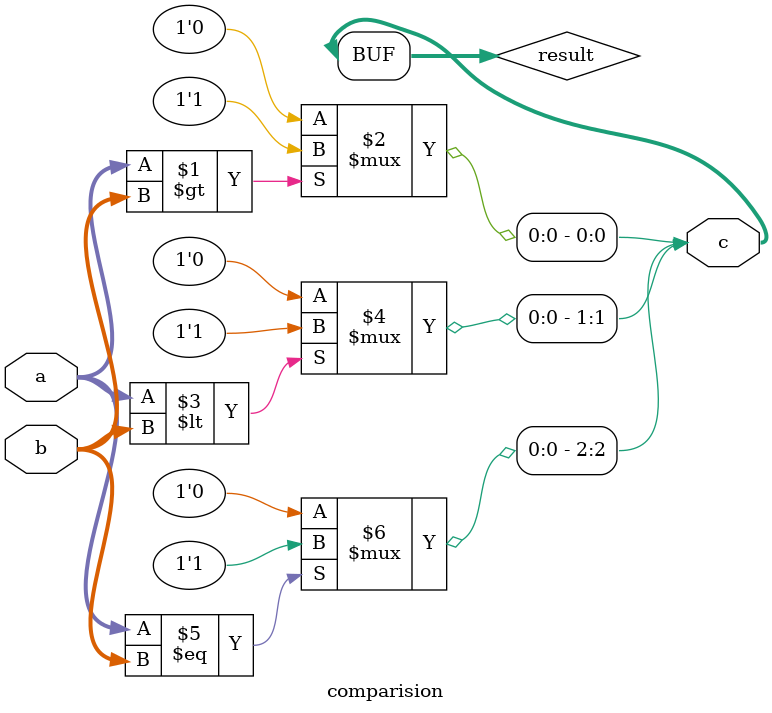
<source format=v>
`timescale 1ns / 1ps



module comparision(
input [31:0] a,
input [31:0] b,
output  [2:0]c

); 
  
  wire [2:0]result;
  

    
         assign  result[0] = (a > b)  ? 1'b1 : 1'b0;
         assign  result[1] = (a < b)  ? 1'b1 : 1'b0;
         assign  result[2] = (a == b) ? 1'b1 : 1'b0;
        


assign c = result;

    
endmodule

</source>
